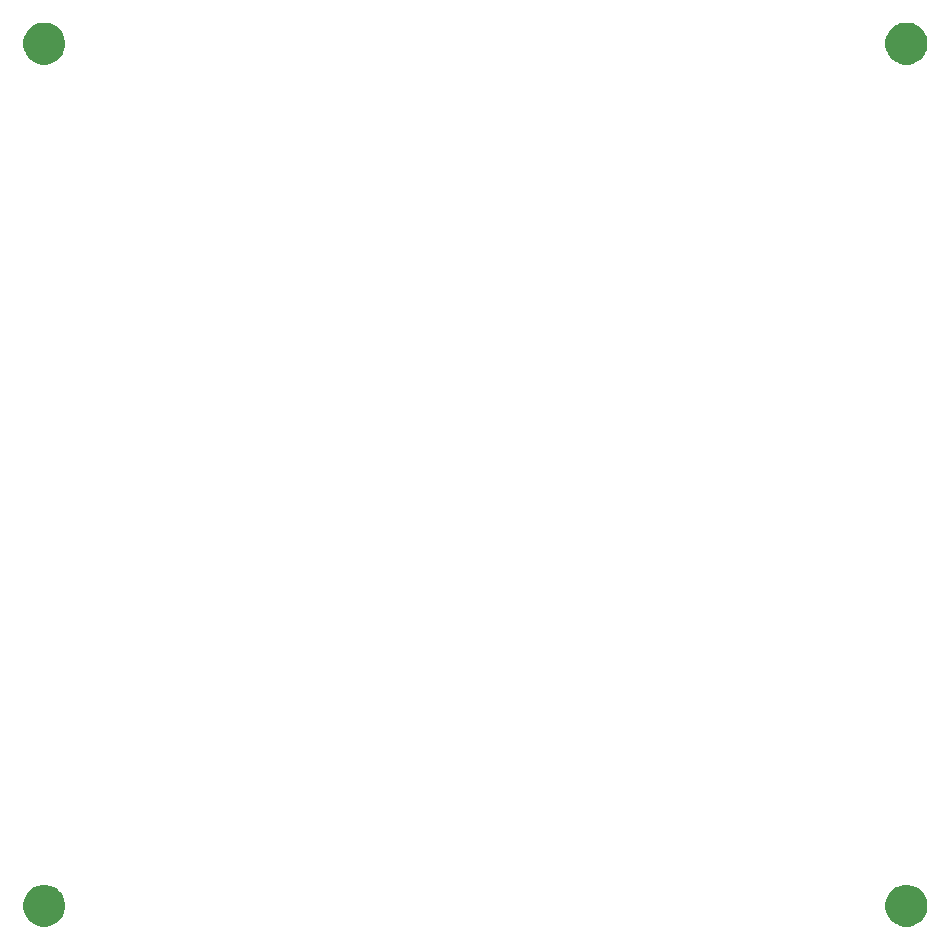
<source format=gbr>
G04 #@! TF.GenerationSoftware,KiCad,Pcbnew,5.0.0-fee4fd1~66~ubuntu16.04.1*
G04 #@! TF.CreationDate,2018-08-28T19:09:17-04:00*
G04 #@! TF.ProjectId,SmallKat Jumbo Motherboard,536D616C6C4B6174204A756D626F204D,rev?*
G04 #@! TF.SameCoordinates,Original*
G04 #@! TF.FileFunction,Soldermask,Bot*
G04 #@! TF.FilePolarity,Negative*
%FSLAX46Y46*%
G04 Gerber Fmt 4.6, Leading zero omitted, Abs format (unit mm)*
G04 Created by KiCad (PCBNEW 5.0.0-fee4fd1~66~ubuntu16.04.1) date Tue Aug 28 19:09:17 2018*
%MOMM*%
%LPD*%
G01*
G04 APERTURE LIST*
%ADD10C,0.100000*%
G04 APERTURE END LIST*
D10*
G36*
X76679850Y-74723961D02*
X77013502Y-74790329D01*
X77022881Y-74793174D01*
X77337175Y-74923359D01*
X77345820Y-74927980D01*
X77628677Y-75116979D01*
X77636253Y-75123197D01*
X77876803Y-75363747D01*
X77883021Y-75371323D01*
X78072020Y-75654180D01*
X78076641Y-75662825D01*
X78206826Y-75977119D01*
X78209671Y-75986498D01*
X78276039Y-76320150D01*
X78277000Y-76329905D01*
X78277000Y-76670095D01*
X78276039Y-76679850D01*
X78209671Y-77013502D01*
X78206826Y-77022881D01*
X78076641Y-77337175D01*
X78072020Y-77345820D01*
X77883021Y-77628677D01*
X77876803Y-77636253D01*
X77636253Y-77876803D01*
X77628677Y-77883021D01*
X77345820Y-78072020D01*
X77337175Y-78076641D01*
X77022881Y-78206826D01*
X77013502Y-78209671D01*
X76679850Y-78276039D01*
X76670095Y-78277000D01*
X76329905Y-78277000D01*
X76320150Y-78276039D01*
X75986498Y-78209671D01*
X75977119Y-78206826D01*
X75662825Y-78076641D01*
X75654180Y-78072020D01*
X75371323Y-77883021D01*
X75363747Y-77876803D01*
X75123197Y-77636253D01*
X75116979Y-77628677D01*
X74927980Y-77345820D01*
X74923359Y-77337175D01*
X74793174Y-77022881D01*
X74790329Y-77013502D01*
X74723961Y-76679850D01*
X74723000Y-76670095D01*
X74723000Y-76329905D01*
X74723961Y-76320150D01*
X74790329Y-75986498D01*
X74793174Y-75977119D01*
X74923359Y-75662825D01*
X74927980Y-75654180D01*
X75116979Y-75371323D01*
X75123197Y-75363747D01*
X75363747Y-75123197D01*
X75371323Y-75116979D01*
X75654180Y-74927980D01*
X75662825Y-74923359D01*
X75977119Y-74793174D01*
X75986498Y-74790329D01*
X76320150Y-74723961D01*
X76329905Y-74723000D01*
X76670095Y-74723000D01*
X76679850Y-74723961D01*
X76679850Y-74723961D01*
G37*
G36*
X3679850Y-74723961D02*
X4013502Y-74790329D01*
X4022881Y-74793174D01*
X4337175Y-74923359D01*
X4345820Y-74927980D01*
X4628677Y-75116979D01*
X4636253Y-75123197D01*
X4876803Y-75363747D01*
X4883021Y-75371323D01*
X5072020Y-75654180D01*
X5076641Y-75662825D01*
X5206826Y-75977119D01*
X5209671Y-75986498D01*
X5276039Y-76320150D01*
X5277000Y-76329905D01*
X5277000Y-76670095D01*
X5276039Y-76679850D01*
X5209671Y-77013502D01*
X5206826Y-77022881D01*
X5076641Y-77337175D01*
X5072020Y-77345820D01*
X4883021Y-77628677D01*
X4876803Y-77636253D01*
X4636253Y-77876803D01*
X4628677Y-77883021D01*
X4345820Y-78072020D01*
X4337175Y-78076641D01*
X4022881Y-78206826D01*
X4013502Y-78209671D01*
X3679850Y-78276039D01*
X3670095Y-78277000D01*
X3329905Y-78277000D01*
X3320150Y-78276039D01*
X2986498Y-78209671D01*
X2977119Y-78206826D01*
X2662825Y-78076641D01*
X2654180Y-78072020D01*
X2371323Y-77883021D01*
X2363747Y-77876803D01*
X2123197Y-77636253D01*
X2116979Y-77628677D01*
X1927980Y-77345820D01*
X1923359Y-77337175D01*
X1793174Y-77022881D01*
X1790329Y-77013502D01*
X1723961Y-76679850D01*
X1723000Y-76670095D01*
X1723000Y-76329905D01*
X1723961Y-76320150D01*
X1790329Y-75986498D01*
X1793174Y-75977119D01*
X1923359Y-75662825D01*
X1927980Y-75654180D01*
X2116979Y-75371323D01*
X2123197Y-75363747D01*
X2363747Y-75123197D01*
X2371323Y-75116979D01*
X2654180Y-74927980D01*
X2662825Y-74923359D01*
X2977119Y-74793174D01*
X2986498Y-74790329D01*
X3320150Y-74723961D01*
X3329905Y-74723000D01*
X3670095Y-74723000D01*
X3679850Y-74723961D01*
X3679850Y-74723961D01*
G37*
G36*
X76679850Y-1723961D02*
X77013502Y-1790329D01*
X77022881Y-1793174D01*
X77337175Y-1923359D01*
X77345820Y-1927980D01*
X77628677Y-2116979D01*
X77636253Y-2123197D01*
X77876803Y-2363747D01*
X77883021Y-2371323D01*
X78072020Y-2654180D01*
X78076641Y-2662825D01*
X78206826Y-2977119D01*
X78209671Y-2986498D01*
X78276039Y-3320150D01*
X78277000Y-3329905D01*
X78277000Y-3670095D01*
X78276039Y-3679850D01*
X78209671Y-4013502D01*
X78206826Y-4022881D01*
X78076641Y-4337175D01*
X78072020Y-4345820D01*
X77883021Y-4628677D01*
X77876803Y-4636253D01*
X77636253Y-4876803D01*
X77628677Y-4883021D01*
X77345820Y-5072020D01*
X77337175Y-5076641D01*
X77022881Y-5206826D01*
X77013502Y-5209671D01*
X76679850Y-5276039D01*
X76670095Y-5277000D01*
X76329905Y-5277000D01*
X76320150Y-5276039D01*
X75986498Y-5209671D01*
X75977119Y-5206826D01*
X75662825Y-5076641D01*
X75654180Y-5072020D01*
X75371323Y-4883021D01*
X75363747Y-4876803D01*
X75123197Y-4636253D01*
X75116979Y-4628677D01*
X74927980Y-4345820D01*
X74923359Y-4337175D01*
X74793174Y-4022881D01*
X74790329Y-4013502D01*
X74723961Y-3679850D01*
X74723000Y-3670095D01*
X74723000Y-3329905D01*
X74723961Y-3320150D01*
X74790329Y-2986498D01*
X74793174Y-2977119D01*
X74923359Y-2662825D01*
X74927980Y-2654180D01*
X75116979Y-2371323D01*
X75123197Y-2363747D01*
X75363747Y-2123197D01*
X75371323Y-2116979D01*
X75654180Y-1927980D01*
X75662825Y-1923359D01*
X75977119Y-1793174D01*
X75986498Y-1790329D01*
X76320150Y-1723961D01*
X76329905Y-1723000D01*
X76670095Y-1723000D01*
X76679850Y-1723961D01*
X76679850Y-1723961D01*
G37*
G36*
X3679850Y-1723961D02*
X4013502Y-1790329D01*
X4022881Y-1793174D01*
X4337175Y-1923359D01*
X4345820Y-1927980D01*
X4628677Y-2116979D01*
X4636253Y-2123197D01*
X4876803Y-2363747D01*
X4883021Y-2371323D01*
X5072020Y-2654180D01*
X5076641Y-2662825D01*
X5206826Y-2977119D01*
X5209671Y-2986498D01*
X5276039Y-3320150D01*
X5277000Y-3329905D01*
X5277000Y-3670095D01*
X5276039Y-3679850D01*
X5209671Y-4013502D01*
X5206826Y-4022881D01*
X5076641Y-4337175D01*
X5072020Y-4345820D01*
X4883021Y-4628677D01*
X4876803Y-4636253D01*
X4636253Y-4876803D01*
X4628677Y-4883021D01*
X4345820Y-5072020D01*
X4337175Y-5076641D01*
X4022881Y-5206826D01*
X4013502Y-5209671D01*
X3679850Y-5276039D01*
X3670095Y-5277000D01*
X3329905Y-5277000D01*
X3320150Y-5276039D01*
X2986498Y-5209671D01*
X2977119Y-5206826D01*
X2662825Y-5076641D01*
X2654180Y-5072020D01*
X2371323Y-4883021D01*
X2363747Y-4876803D01*
X2123197Y-4636253D01*
X2116979Y-4628677D01*
X1927980Y-4345820D01*
X1923359Y-4337175D01*
X1793174Y-4022881D01*
X1790329Y-4013502D01*
X1723961Y-3679850D01*
X1723000Y-3670095D01*
X1723000Y-3329905D01*
X1723961Y-3320150D01*
X1790329Y-2986498D01*
X1793174Y-2977119D01*
X1923359Y-2662825D01*
X1927980Y-2654180D01*
X2116979Y-2371323D01*
X2123197Y-2363747D01*
X2363747Y-2123197D01*
X2371323Y-2116979D01*
X2654180Y-1927980D01*
X2662825Y-1923359D01*
X2977119Y-1793174D01*
X2986498Y-1790329D01*
X3320150Y-1723961D01*
X3329905Y-1723000D01*
X3670095Y-1723000D01*
X3679850Y-1723961D01*
X3679850Y-1723961D01*
G37*
M02*

</source>
